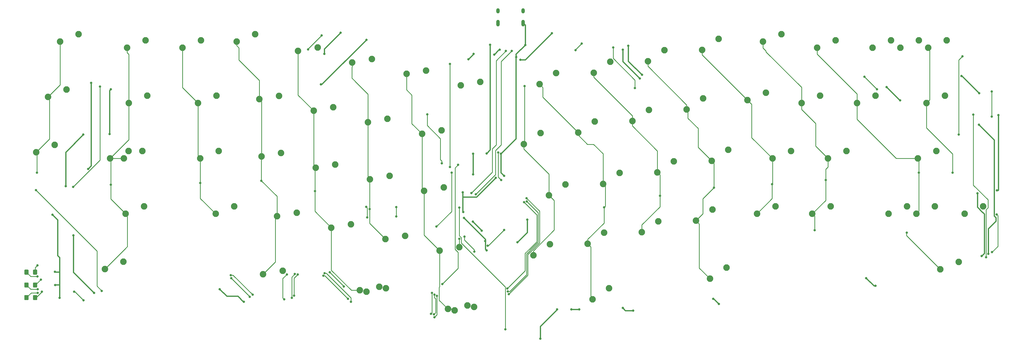
<source format=gbr>
%TF.GenerationSoftware,KiCad,Pcbnew,(5.1.6)-1*%
%TF.CreationDate,2020-07-17T19:36:49+02:00*%
%TF.ProjectId,Proyecto A,50726f79-6563-4746-9f20-412e6b696361,rev?*%
%TF.SameCoordinates,Original*%
%TF.FileFunction,Copper,L1,Top*%
%TF.FilePolarity,Positive*%
%FSLAX46Y46*%
G04 Gerber Fmt 4.6, Leading zero omitted, Abs format (unit mm)*
G04 Created by KiCad (PCBNEW (5.1.6)-1) date 2020-07-17 19:36:49*
%MOMM*%
%LPD*%
G01*
G04 APERTURE LIST*
%TA.AperFunction,ComponentPad*%
%ADD10O,1.200000X1.800000*%
%TD*%
%TA.AperFunction,ComponentPad*%
%ADD11O,1.200000X2.300000*%
%TD*%
%TA.AperFunction,ComponentPad*%
%ADD12C,2.250000*%
%TD*%
%TA.AperFunction,ViaPad*%
%ADD13C,0.800000*%
%TD*%
%TA.AperFunction,Conductor*%
%ADD14C,0.381000*%
%TD*%
%TA.AperFunction,Conductor*%
%ADD15C,0.254000*%
%TD*%
G04 APERTURE END LIST*
%TO.P,D3,2*%
%TO.N,num*%
%TA.AperFunction,SMDPad,CuDef*%
G36*
G01*
X67014900Y-84937000D02*
X67014900Y-83687000D01*
G75*
G02*
X67264900Y-83437000I250000J0D01*
G01*
X68189900Y-83437000D01*
G75*
G02*
X68439900Y-83687000I0J-250000D01*
G01*
X68439900Y-84937000D01*
G75*
G02*
X68189900Y-85187000I-250000J0D01*
G01*
X67264900Y-85187000D01*
G75*
G02*
X67014900Y-84937000I0J250000D01*
G01*
G37*
%TD.AperFunction*%
%TO.P,D3,1*%
%TO.N,Net-(D3-Pad1)*%
%TA.AperFunction,SMDPad,CuDef*%
G36*
G01*
X64039900Y-84937000D02*
X64039900Y-83687000D01*
G75*
G02*
X64289900Y-83437000I250000J0D01*
G01*
X65214900Y-83437000D01*
G75*
G02*
X65464900Y-83687000I0J-250000D01*
G01*
X65464900Y-84937000D01*
G75*
G02*
X65214900Y-85187000I-250000J0D01*
G01*
X64289900Y-85187000D01*
G75*
G02*
X64039900Y-84937000I0J250000D01*
G01*
G37*
%TD.AperFunction*%
%TD*%
%TO.P,D2,2*%
%TO.N,scrol*%
%TA.AperFunction,SMDPad,CuDef*%
G36*
G01*
X67014900Y-89262000D02*
X67014900Y-88012000D01*
G75*
G02*
X67264900Y-87762000I250000J0D01*
G01*
X68189900Y-87762000D01*
G75*
G02*
X68439900Y-88012000I0J-250000D01*
G01*
X68439900Y-89262000D01*
G75*
G02*
X68189900Y-89512000I-250000J0D01*
G01*
X67264900Y-89512000D01*
G75*
G02*
X67014900Y-89262000I0J250000D01*
G01*
G37*
%TD.AperFunction*%
%TO.P,D2,1*%
%TO.N,Net-(D2-Pad1)*%
%TA.AperFunction,SMDPad,CuDef*%
G36*
G01*
X64039900Y-89262000D02*
X64039900Y-88012000D01*
G75*
G02*
X64289900Y-87762000I250000J0D01*
G01*
X65214900Y-87762000D01*
G75*
G02*
X65464900Y-88012000I0J-250000D01*
G01*
X65464900Y-89262000D01*
G75*
G02*
X65214900Y-89512000I-250000J0D01*
G01*
X64289900Y-89512000D01*
G75*
G02*
X64039900Y-89262000I0J250000D01*
G01*
G37*
%TD.AperFunction*%
%TD*%
%TO.P,D1,2*%
%TO.N,caps*%
%TA.AperFunction,SMDPad,CuDef*%
G36*
G01*
X67014900Y-80512000D02*
X67014900Y-79262000D01*
G75*
G02*
X67264900Y-79012000I250000J0D01*
G01*
X68189900Y-79012000D01*
G75*
G02*
X68439900Y-79262000I0J-250000D01*
G01*
X68439900Y-80512000D01*
G75*
G02*
X68189900Y-80762000I-250000J0D01*
G01*
X67264900Y-80762000D01*
G75*
G02*
X67014900Y-80512000I0J250000D01*
G01*
G37*
%TD.AperFunction*%
%TO.P,D1,1*%
%TO.N,Net-(D1-Pad1)*%
%TA.AperFunction,SMDPad,CuDef*%
G36*
G01*
X64039900Y-80512000D02*
X64039900Y-79262000D01*
G75*
G02*
X64289900Y-79012000I250000J0D01*
G01*
X65214900Y-79012000D01*
G75*
G02*
X65464900Y-79262000I0J-250000D01*
G01*
X65464900Y-80512000D01*
G75*
G02*
X65214900Y-80762000I-250000J0D01*
G01*
X64289900Y-80762000D01*
G75*
G02*
X64039900Y-80512000I0J250000D01*
G01*
G37*
%TD.AperFunction*%
%TD*%
D10*
%TO.P,USB1,13*%
%TO.N,GND*%
X235522400Y10048000D03*
X226882400Y10048000D03*
D11*
X235522400Y5868000D03*
X226882400Y5868000D03*
%TD*%
D12*
%TO.P,K4,2*%
%TO.N,Net-(D_5-Pad2)*%
X183500686Y-6499106D03*
%TO.P,K4,1*%
%TO.N,col5*%
X176761353Y-7663362D03*
%TD*%
%TO.P,SPLIT_BKS1,2*%
%TO.N,Net-(BACKSPACE1-Pad2)*%
X381091880Y-71680D03*
%TO.P,SPLIT_BKS1,1*%
%TO.N,col14*%
X374741880Y-2611680D03*
%TD*%
%TO.P,FUNC1,2*%
%TO.N,Net-(D_61-Pad2)*%
X218660686Y-91879106D03*
%TO.P,FUNC1,1*%
%TO.N,col6*%
X211921353Y-93043362D03*
%TD*%
%TO.P,lgui1,2*%
%TO.N,Net-(D_60-Pad2)*%
X188364226Y-85429946D03*
%TO.P,lgui1,1*%
%TO.N,col4*%
X181624893Y-86594202D03*
%TD*%
%TO.P,RSHIFT2,2*%
%TO.N,Net-(D_57-Pad2)*%
X377010100Y-57244540D03*
%TO.P,RSHIFT2,1*%
%TO.N,col13*%
X370660100Y-59784540D03*
%TD*%
%TO.P,CAPS2,2*%
%TO.N,Net-(CAPS1-Pad2)*%
X99840000Y-38190000D03*
%TO.P,CAPS2,1*%
%TO.N,col1*%
X93490000Y-40730000D03*
%TD*%
%TO.P,BACKSPACE1,2*%
%TO.N,Net-(BACKSPACE1-Pad2)*%
X371530000Y-90000D03*
%TO.P,BACKSPACE1,1*%
%TO.N,col14*%
X365180000Y-2630000D03*
%TD*%
%TO.P,FUNCT1,2*%
%TO.N,Net-(D_65-Pad2)*%
X393670000Y-57220000D03*
%TO.P,FUNCT1,1*%
%TO.N,col13*%
X387320000Y-59760000D03*
%TD*%
%TO.P,RCTL1,2*%
%TO.N,Net-(D_64-Pad2)*%
X385250000Y-76350000D03*
%TO.P,RCTL1,1*%
%TO.N,col12*%
X378900000Y-78890000D03*
%TD*%
%TO.P,RALT1,2*%
%TO.N,Net-(D_63-Pad2)*%
X305425704Y-78349914D03*
%TO.P,RALT1,1*%
%TO.N,col10*%
X299742562Y-82154649D03*
%TD*%
%TO.P,space2,2*%
%TO.N,Net-(D_62-Pad2)*%
X265019784Y-85425314D03*
%TO.P,space2,1*%
%TO.N,col8*%
X259336642Y-89230049D03*
%TD*%
%TO.P,FUNC2,2*%
%TO.N,Net-(D_61-Pad2)*%
X216370686Y-91389106D03*
%TO.P,FUNC2,1*%
%TO.N,col6*%
X209631353Y-92553362D03*
%TD*%
%TO.P,SPCE2,2*%
%TO.N,Net-(D_60-Pad2)*%
X186070686Y-84949106D03*
%TO.P,SPCE2,1*%
%TO.N,col4*%
X179331353Y-86113362D03*
%TD*%
%TO.P,ALT1,2*%
%TO.N,Net-(ALT1-Pad2)*%
X152828086Y-79416106D03*
%TO.P,ALT1,1*%
%TO.N,col3*%
X146088753Y-80580362D03*
%TD*%
%TO.P,CTRL1,2*%
%TO.N,Net-(CTRL1-Pad2)*%
X98060000Y-76280000D03*
%TO.P,CTRL1,1*%
%TO.N,col1*%
X91710000Y-78820000D03*
%TD*%
%TO.P,RSHIFT1,2*%
%TO.N,Net-(D_57-Pad2)*%
X367480000Y-57270000D03*
%TO.P,RSHIFT1,1*%
%TO.N,col13*%
X361130000Y-59810000D03*
%TD*%
%TO.P,/1,2*%
%TO.N,Net-(/1-Pad2)*%
X341270000Y-57230000D03*
%TO.P,/1,1*%
%TO.N,col12*%
X334920000Y-59770000D03*
%TD*%
%TO.P,.>1,2*%
%TO.N,Net-(.>1-Pad2)*%
X322240000Y-57220000D03*
%TO.P,.>1,1*%
%TO.N,col11*%
X315890000Y-59760000D03*
%TD*%
%TO.P,\u002C<1,2*%
%TO.N,Net-(\u002C<1-Pad2)*%
X300608304Y-58362914D03*
%TO.P,\u002C<1,1*%
%TO.N,col10*%
X294925162Y-62167649D03*
%TD*%
%TO.P,M1,2*%
%TO.N,Net-(D_53-Pad2)*%
X281988304Y-62352914D03*
%TO.P,M1,1*%
%TO.N,col9*%
X276305162Y-66157649D03*
%TD*%
%TO.P,N1,2*%
%TO.N,Net-(D_52-Pad2)*%
X263368304Y-66302914D03*
%TO.P,N1,1*%
%TO.N,col8*%
X257685162Y-70107649D03*
%TD*%
%TO.P,B2,2*%
%TO.N,Net-(B2-Pad2)*%
X244708304Y-70252914D03*
%TO.P,B2,1*%
%TO.N,col7*%
X239025162Y-74057649D03*
%TD*%
%TO.P,B1,2*%
%TO.N,Net-(B1-Pad2)*%
X213550686Y-71309106D03*
%TO.P,B1,1*%
%TO.N,col6*%
X206811353Y-72473362D03*
%TD*%
%TO.P,V1,2*%
%TO.N,Net-(D_49-Pad2)*%
X194910686Y-67359106D03*
%TO.P,V1,1*%
%TO.N,col5*%
X188171353Y-68523362D03*
%TD*%
%TO.P,C8,2*%
%TO.N,Net-(C8-Pad2)*%
X176290686Y-63389106D03*
%TO.P,C8,1*%
%TO.N,col4*%
X169551353Y-64553362D03*
%TD*%
%TO.P,X1,2*%
%TO.N,Net-(D_47-Pad2)*%
X157640686Y-59439106D03*
%TO.P,X1,1*%
%TO.N,col3*%
X150901353Y-60603362D03*
%TD*%
%TO.P,Z1,2*%
%TO.N,Net-(D_46-Pad2)*%
X136140000Y-57220000D03*
%TO.P,Z1,1*%
%TO.N,col2*%
X129790000Y-59760000D03*
%TD*%
%TO.P,SHIFT1,2*%
%TO.N,Net-(D_45-Pad2)*%
X105190000Y-57230000D03*
%TO.P,SHIFT1,1*%
%TO.N,col1*%
X98840000Y-59770000D03*
%TD*%
%TO.P,RETURN1,2*%
%TO.N,Net-(D_43-Pad2)*%
X377590000Y-38200000D03*
%TO.P,RETURN1,1*%
%TO.N,col13*%
X371240000Y-40740000D03*
%TD*%
%TO.P,'1,2*%
%TO.N,Net-('1-Pad2)*%
X346640000Y-38200000D03*
%TO.P,'1,1*%
%TO.N,col12*%
X340290000Y-40740000D03*
%TD*%
%TO.P,;1,2*%
%TO.N,Net-(;1-Pad2)*%
X327600000Y-38200000D03*
%TO.P,;1,1*%
%TO.N,col11*%
X321250000Y-40740000D03*
%TD*%
%TO.P,L1,2*%
%TO.N,Net-(D_40-Pad2)*%
X305998304Y-37752914D03*
%TO.P,L1,1*%
%TO.N,col10*%
X300315162Y-41557649D03*
%TD*%
%TO.P,K11,2*%
%TO.N,Net-(D_39-Pad2)*%
X287338304Y-41742914D03*
%TO.P,K11,1*%
%TO.N,col9*%
X281655162Y-45547649D03*
%TD*%
%TO.P,J1,2*%
%TO.N,Net-(D_38-Pad2)*%
X268718304Y-45682914D03*
%TO.P,J1,1*%
%TO.N,col8*%
X263035162Y-49487649D03*
%TD*%
%TO.P,H1,2*%
%TO.N,Net-(D_37-Pad2)*%
X250068304Y-49652914D03*
%TO.P,H1,1*%
%TO.N,col7*%
X244385162Y-53457649D03*
%TD*%
%TO.P,G1,2*%
%TO.N,Net-(D_36-Pad2)*%
X208190686Y-50689106D03*
%TO.P,G1,1*%
%TO.N,col6*%
X201451353Y-51853362D03*
%TD*%
%TO.P,F2,2*%
%TO.N,Net-(D_35-Pad2)*%
X189560686Y-46749106D03*
%TO.P,F2,1*%
%TO.N,col5*%
X182821353Y-47913362D03*
%TD*%
%TO.P,D18,2*%
%TO.N,Net-(D18-Pad2)*%
X170920686Y-42799106D03*
%TO.P,D18,1*%
%TO.N,col4*%
X164181353Y-43963362D03*
%TD*%
%TO.P,S1,2*%
%TO.N,Net-(D_33-Pad2)*%
X152300686Y-38839106D03*
%TO.P,S1,1*%
%TO.N,col3*%
X145561353Y-40003362D03*
%TD*%
%TO.P,A1,2*%
%TO.N,Net-(A1-Pad2)*%
X130800000Y-38170000D03*
%TO.P,A1,1*%
%TO.N,col2*%
X124450000Y-40710000D03*
%TD*%
%TO.P,CAPS1,2*%
%TO.N,Net-(CAPS1-Pad2)*%
X104580000Y-38210000D03*
%TO.P,CAPS1,1*%
%TO.N,col1*%
X98230000Y-40750000D03*
%TD*%
%TO.P,PGDN1,2*%
%TO.N,Net-(D_30-Pad2)*%
X74430000Y-36050000D03*
%TO.P,PGDN1,1*%
%TO.N,col0*%
X68080000Y-38590000D03*
%TD*%
%TO.P,K\u005C1,2*%
%TO.N,Net-(D_29-Pad2)*%
X380490000Y-19150000D03*
%TO.P,K\u005C1,1*%
%TO.N,col14*%
X374140000Y-21690000D03*
%TD*%
%TO.P,]1,2*%
%TO.N,Net-(D_28-Pad2)*%
X356660000Y-19120000D03*
%TO.P,]1,1*%
%TO.N,col13*%
X350310000Y-21660000D03*
%TD*%
%TO.P,[1,2*%
%TO.N,Net-(D_27-Pad2)*%
X337590000Y-19150000D03*
%TO.P,[1,1*%
%TO.N,col12*%
X331240000Y-21690000D03*
%TD*%
%TO.P,P1,2*%
%TO.N,Net-(D_26-Pad2)*%
X318960000Y-18090000D03*
%TO.P,P1,1*%
%TO.N,col11*%
X312610000Y-20630000D03*
%TD*%
%TO.P,O1,2*%
%TO.N,Net-(D_25-Pad2)*%
X297368304Y-20092914D03*
%TO.P,O1,1*%
%TO.N,col10*%
X291685162Y-23897649D03*
%TD*%
%TO.P,I1,2*%
%TO.N,Net-(D_24-Pad2)*%
X278738304Y-24072914D03*
%TO.P,I1,1*%
%TO.N,col9*%
X273055162Y-27877649D03*
%TD*%
%TO.P,U2,2*%
%TO.N,Net-(D_23-Pad2)*%
X260098304Y-28032914D03*
%TO.P,U2,1*%
%TO.N,col8*%
X254415162Y-31837649D03*
%TD*%
%TO.P,Y2,2*%
%TO.N,Net-(D_22-Pad2)*%
X241458304Y-31992914D03*
%TO.P,Y2,1*%
%TO.N,col7*%
X235775162Y-35797649D03*
%TD*%
%TO.P,T1,2*%
%TO.N,Net-(D_21-Pad2)*%
X207480686Y-31069106D03*
%TO.P,T1,1*%
%TO.N,col6*%
X200741353Y-32233362D03*
%TD*%
%TO.P,R10,2*%
%TO.N,Net-(D_20-Pad2)*%
X188860686Y-27119106D03*
%TO.P,R10,1*%
%TO.N,col5*%
X182121353Y-28283362D03*
%TD*%
%TO.P,E1,2*%
%TO.N,Net-(D_19-Pad2)*%
X170230686Y-23149106D03*
%TO.P,E1,1*%
%TO.N,col4*%
X163491353Y-24313362D03*
%TD*%
%TO.P,W1,2*%
%TO.N,Net-(D_18-Pad2)*%
X151590686Y-19179106D03*
%TO.P,W1,1*%
%TO.N,col3*%
X144851353Y-20343362D03*
%TD*%
%TO.P,Q1,2*%
%TO.N,Net-(D_17-Pad2)*%
X130090000Y-19130000D03*
%TO.P,Q1,1*%
%TO.N,col2*%
X123740000Y-21670000D03*
%TD*%
%TO.P,TAB1,2*%
%TO.N,Net-(D_16-Pad2)*%
X106300000Y-19140000D03*
%TO.P,TAB1,1*%
%TO.N,col1*%
X99950000Y-21680000D03*
%TD*%
%TO.P,PGUP1,2*%
%TO.N,Net-(D_15-Pad2)*%
X78490000Y-16990000D03*
%TO.P,PGUP1,1*%
%TO.N,col0*%
X72140000Y-19530000D03*
%TD*%
%TO.P,K_14,2*%
%TO.N,Net-(D_14-Pad2)*%
X362020000Y-110000D03*
%TO.P,K_14,1*%
%TO.N,col14*%
X355670000Y-2650000D03*
%TD*%
%TO.P,=+1,2*%
%TO.N,Net-(=+1-Pad2)*%
X342950000Y-100000D03*
%TO.P,=+1,1*%
%TO.N,col13*%
X336600000Y-2640000D03*
%TD*%
%TO.P,_-1,2*%
%TO.N,Net-(D_12-Pad2)*%
X324330000Y2040000D03*
%TO.P,_-1,1*%
%TO.N,col12*%
X317980000Y-500000D03*
%TD*%
%TO.P,K10,2*%
%TO.N,Net-(D_11-Pad2)*%
X302708304Y467086D03*
%TO.P,K10,1*%
%TO.N,col11*%
X297025162Y-3337649D03*
%TD*%
%TO.P,K9,2*%
%TO.N,Net-(D_10-Pad2)*%
X284068304Y-3482914D03*
%TO.P,K9,1*%
%TO.N,col10*%
X278385162Y-7287649D03*
%TD*%
%TO.P,K8,2*%
%TO.N,Net-(D_9-Pad2)*%
X265458304Y-7412914D03*
%TO.P,K8,1*%
%TO.N,col9*%
X259775162Y-11217649D03*
%TD*%
%TO.P,K7,2*%
%TO.N,Net-(D_8-Pad2)*%
X246808304Y-11372914D03*
%TO.P,K7,1*%
%TO.N,col8*%
X241125162Y-15177649D03*
%TD*%
%TO.P,K6,2*%
%TO.N,Net-(D_7-Pad2)*%
X220770686Y-14409106D03*
%TO.P,K6,1*%
%TO.N,col7*%
X214031353Y-15573362D03*
%TD*%
%TO.P,k5,2*%
%TO.N,Net-(D_6-Pad2)*%
X202150686Y-10459106D03*
%TO.P,k5,1*%
%TO.N,col6*%
X195411353Y-11623362D03*
%TD*%
%TO.P,K3,2*%
%TO.N,Net-(D_4-Pad2)*%
X164880686Y-2529106D03*
%TO.P,K3,1*%
%TO.N,col4*%
X158141353Y-3693362D03*
%TD*%
%TO.P,K2,2*%
%TO.N,Net-(D_3-Pad2)*%
X143370000Y2080000D03*
%TO.P,K2,1*%
%TO.N,col3*%
X137020000Y-460000D03*
%TD*%
%TO.P,K1,2*%
%TO.N,Net-(D_2-Pad2)*%
X124740000Y-90000D03*
%TO.P,K1,1*%
%TO.N,col2*%
X118390000Y-2630000D03*
%TD*%
%TO.P,KK0,2*%
%TO.N,Net-(D_1-Pad2)*%
X105680000Y-70000D03*
%TO.P,KK0,1*%
%TO.N,col1*%
X99330000Y-2610000D03*
%TD*%
%TO.P,Esc1,2*%
%TO.N,Net-(D_0-Pad2)*%
X82650000Y2060000D03*
%TO.P,Esc1,1*%
%TO.N,col0*%
X76300000Y-480000D03*
%TD*%
D13*
%TO.N,GND*%
X228959305Y-46724921D03*
X84282280Y-32534860D03*
X78247240Y-50258980D03*
X395409980Y-73577000D03*
X218204762Y-62441802D03*
X221300040Y-65600580D03*
X236245400Y-1651000D03*
X360451400Y-16129000D03*
X365150400Y-20701000D03*
X269773400Y-92202000D03*
X273329400Y-93091000D03*
X300888400Y-89027000D03*
X302793400Y-90805000D03*
X353466400Y-81915000D03*
X356641400Y-84582000D03*
X392201400Y-29083000D03*
X275615400Y-13208000D03*
X269773400Y-3302000D03*
X227482400Y-3302000D03*
X225577400Y-4953000D03*
X218465400Y-4699000D03*
X216687400Y-6604000D03*
X181635400Y127000D03*
X166014400Y-15240000D03*
X93751400Y-16891000D03*
X93314520Y-32313880D03*
X73685400Y-60071000D03*
X131216400Y-85725000D03*
X139471400Y-90043000D03*
X241452400Y-102743000D03*
X254787400Y-92710000D03*
X247167400Y-92710000D03*
X252120400Y-92710000D03*
X227846013Y-39125189D03*
X233077400Y-5812000D03*
X74557400Y-79787000D03*
X74657400Y-84307000D03*
X76126340Y-88747600D03*
%TO.N,+5V*%
X218327400Y-46187000D03*
X218298165Y-39082764D03*
X222927400Y-38987000D03*
X224127400Y-1587000D03*
X214727400Y-52387000D03*
X214927400Y-59187000D03*
X215127400Y-61187000D03*
X222927400Y-72387000D03*
X233527400Y-69587000D03*
X236927400Y-61788648D03*
X226127400Y-47387000D03*
X393169140Y-74300080D03*
X222455740Y-69204127D03*
X398932400Y-25781000D03*
X398424400Y-51689000D03*
X391693400Y-52705000D03*
X392328400Y-18288000D03*
X386232400Y-12319000D03*
X276377400Y-11938000D03*
X271678400Y-1905000D03*
X245389400Y2413000D03*
X234594400Y-6731000D03*
X172745400Y2540000D03*
X167157400Y-4699000D03*
X87020400Y-14732000D03*
X85934826Y-44380426D03*
X80924400Y-67183000D03*
X88036400Y-86995000D03*
%TO.N,caps*%
X236684820Y-54401720D03*
X230616760Y-87447120D03*
X205864460Y-88071960D03*
X205038960Y-95410020D03*
X158005780Y-80682099D03*
X156712920Y-87975440D03*
X135011977Y-80925039D03*
X142501600Y-87664990D03*
X175285400Y-89027000D03*
X166790575Y-81097673D03*
X68507400Y-77507000D03*
%TO.N,Net-(D1-Pad1)*%
X68527400Y-81397000D03*
%TO.N,Net-(D2-Pad1)*%
X68587400Y-87017000D03*
%TO.N,num*%
X236758257Y-55503291D03*
X230229300Y-86525232D03*
X204971410Y-87622000D03*
X204860383Y-94426092D03*
X157017738Y-80527900D03*
X155969624Y-88702440D03*
X135153400Y-81915000D03*
X141503400Y-88392000D03*
X176338298Y-90043000D03*
X167284400Y-80228098D03*
X69697400Y-82417000D03*
%TO.N,Net-(D3-Pad1)*%
X68587400Y-85787000D03*
%TO.N,UNDERGLOW*%
X229377240Y-99547680D03*
X213527640Y-57660540D03*
%TO.N,Net-(D5-Pad2)*%
X166268400Y1651000D03*
X161569400Y-3175000D03*
%TO.N,Net-(D16-Pad2)*%
X255676400Y-1143000D03*
X253517400Y-3429000D03*
%TO.N,Net-(D10-Pad4)*%
X394682980Y-74764900D03*
X390296400Y-25654000D03*
%TO.N,Net-(D11-Pad4)*%
X80797400Y-50546000D03*
X90068400Y-16002000D03*
%TO.N,Net-(D10-Pad2)*%
X352831400Y-12573000D03*
X357149400Y-16940989D03*
X396646400Y-17653000D03*
X396646400Y-26289000D03*
%TO.N,Net-(D11-Pad2)*%
X67985640Y-51648360D03*
X90650060Y-86329520D03*
%TO.N,Net-(D14-Pad2)*%
X273964400Y-16510000D03*
X266471400Y-2511490D03*
%TO.N,row0*%
X210327400Y-43678989D03*
X210327400Y-8187000D03*
%TO.N,row1*%
X207527400Y-42387000D03*
X202527400Y-25587000D03*
%TO.N,row2*%
X386557520Y-5539740D03*
X385246880Y-32499300D03*
%TO.N,row3*%
X210927400Y-45587000D03*
X205727400Y-64187000D03*
X218709240Y-72778620D03*
X215300560Y-67612260D03*
%TO.N,row4*%
X213127400Y-42951989D03*
X207727400Y-83987000D03*
X396727400Y-72987000D03*
X398327400Y-59987000D03*
%TO.N,col0*%
X191927400Y-60730040D03*
X191927400Y-57460000D03*
X181527400Y-57387000D03*
X181927400Y-61003031D03*
X68327400Y-45587000D03*
%TO.N,col1*%
X93727400Y-49787000D03*
%TO.N,col2*%
X124527400Y-49187000D03*
%TO.N,col3*%
X145527400Y-48387000D03*
%TO.N,col4*%
X163927400Y-51987000D03*
%TO.N,col5*%
X182727400Y-58187000D03*
%TO.N,col6*%
X228927400Y-65387000D03*
X223327400Y-70785127D03*
%TO.N,col7*%
X235960920Y-15854680D03*
%TO.N,col8*%
X263327400Y-57587000D03*
%TO.N,col9*%
X282527400Y-53587000D03*
%TO.N,col10*%
X301127400Y-50787000D03*
%TO.N,col11*%
X321127400Y-49587000D03*
%TO.N,col12*%
X339527400Y-48187000D03*
X367388140Y-66255900D03*
X335694020Y-65460880D03*
%TO.N,col13*%
X371527400Y-45587000D03*
%TO.N,col14*%
X383127400Y-45587000D03*
%TO.N,D+*%
X231577400Y-3712000D03*
X219227400Y-53062000D03*
%TO.N,D-*%
X229602400Y-3737000D03*
X217727400Y-52637000D03*
%TO.N,Net-(R3-Pad2)*%
X227991652Y-48177500D03*
X226954410Y-38672345D03*
%TO.N,Net-(B1-Pad2)*%
X213527400Y-68387000D03*
%TO.N,scrol*%
X173888400Y-84836000D03*
X169062400Y-79883000D03*
X84366100Y-89538100D03*
X154254200Y-80682099D03*
X204143698Y-87060843D03*
X230104240Y-85533081D03*
X235803474Y-55800598D03*
X81127600Y-86583520D03*
X153360829Y-89252490D03*
X203855320Y-94229010D03*
X70037400Y-86627000D03*
%TD*%
D14*
%TO.N,GND*%
X84282280Y-32534860D02*
X78247240Y-38569900D01*
X78247240Y-38569900D02*
X78247240Y-50258980D01*
X76106020Y-74805540D02*
X76106020Y-79799180D01*
X218204762Y-62441802D02*
X221300040Y-65537080D01*
X221300040Y-65537080D02*
X221300040Y-65600580D01*
X226882400Y5868000D02*
X227062400Y5868000D01*
X360451400Y-16129000D02*
X365023400Y-20701000D01*
X365023400Y-20701000D02*
X365150400Y-20701000D01*
X269773400Y-92202000D02*
X270662400Y-93091000D01*
X270662400Y-93091000D02*
X273329400Y-93091000D01*
X300888400Y-89027000D02*
X301015400Y-89027000D01*
X301015400Y-89027000D02*
X302793400Y-90805000D01*
X353466400Y-81915000D02*
X356133400Y-84582000D01*
X356133400Y-84582000D02*
X356641400Y-84582000D01*
X395409980Y-64972962D02*
X395409980Y-73577000D01*
X397475501Y-34357101D02*
X397475501Y-60519101D01*
X392201400Y-29083000D02*
X397475501Y-34357101D01*
X398043400Y-62339542D02*
X395409980Y-64972962D01*
X397475501Y-60519101D02*
X398043400Y-61087000D01*
X398043400Y-61087000D02*
X398043400Y-62339542D01*
X275615400Y-13208000D02*
X269773400Y-7366000D01*
X269773400Y-7366000D02*
X269773400Y-3302000D01*
X227482400Y-3302000D02*
X227228400Y-3302000D01*
X227228400Y-3302000D02*
X225577400Y-4953000D01*
X218465400Y-4699000D02*
X218465400Y-4826000D01*
X218465400Y-4826000D02*
X216687400Y-6604000D01*
X181635400Y127000D02*
X166268400Y-15240000D01*
X166268400Y-15240000D02*
X166014400Y-15240000D01*
X93751400Y-16891000D02*
X93314520Y-17327880D01*
X93314520Y-17327880D02*
X93314520Y-32313880D01*
X73685400Y-60071000D02*
X75463400Y-61849000D01*
X75463400Y-74162920D02*
X76106020Y-74805540D01*
X75463400Y-61849000D02*
X75463400Y-74162920D01*
X131216400Y-85725000D02*
X133629400Y-88138000D01*
X133629400Y-88138000D02*
X137439400Y-88138000D01*
X137439400Y-88138000D02*
X139344400Y-90043000D01*
X139344400Y-90043000D02*
X139471400Y-90043000D01*
X241452400Y-102743000D02*
X241452400Y-98552000D01*
X241452400Y-98552000D02*
X247294400Y-92710000D01*
X247294400Y-92710000D02*
X247167400Y-92710000D01*
X252120400Y-92710000D02*
X254787400Y-92710000D01*
X227846013Y-45611629D02*
X227846013Y-39125189D01*
X228959305Y-46724921D02*
X227846013Y-45611629D01*
X233067860Y-4828540D02*
X236245400Y-1651000D01*
X233067860Y-33903342D02*
X233067860Y-5802460D01*
X227846013Y-39125189D02*
X233067860Y-33903342D01*
X233067860Y-5802460D02*
X233077400Y-5812000D01*
X233077400Y-5812000D02*
X233067860Y-4828540D01*
X236245400Y5145000D02*
X235522400Y5868000D01*
X236245400Y-1651000D02*
X236245400Y5145000D01*
X76106020Y-79799180D02*
X74569580Y-79799180D01*
X74569580Y-79799180D02*
X74557400Y-79787000D01*
X76106020Y-84278380D02*
X74686020Y-84278380D01*
X76106020Y-79799180D02*
X76106020Y-84278380D01*
X74686020Y-84278380D02*
X74657400Y-84307000D01*
X76106020Y-84278380D02*
X76106020Y-88727280D01*
X76106020Y-88727280D02*
X76126340Y-88747600D01*
%TO.N,+5V*%
X218327400Y-46187000D02*
X218327400Y-39111999D01*
X218327400Y-39111999D02*
X218298165Y-39082764D01*
X222927400Y-38987000D02*
X224127400Y-37787000D01*
X214727400Y-58987000D02*
X214927400Y-59187000D01*
X215127400Y-61187000D02*
X222527400Y-68587000D01*
X222527400Y-71987000D02*
X222927400Y-72387000D01*
X233527400Y-69587000D02*
X236927400Y-66187000D01*
X236927400Y-66187000D02*
X236927400Y-61788648D01*
X214727400Y-53987000D02*
X214727400Y-58987000D01*
X214727400Y-52387000D02*
X214727400Y-53987000D01*
X224127400Y-4820580D02*
X224127400Y-1587000D01*
X224127400Y-37787000D02*
X224127400Y-4820580D01*
X222510367Y-69149500D02*
X222455740Y-69204127D01*
X222527400Y-69149500D02*
X222510367Y-69149500D01*
X222527400Y-69149500D02*
X222527400Y-71987000D01*
X222527400Y-68587000D02*
X222527400Y-69149500D01*
X398932400Y-25781000D02*
X398932400Y-51562000D01*
X398932400Y-51562000D02*
X398805400Y-51689000D01*
X398805400Y-51689000D02*
X398424400Y-51689000D01*
X393514401Y-73954819D02*
X393169140Y-74300080D01*
X394106400Y-73362820D02*
X393514401Y-73954819D01*
X391693400Y-52705000D02*
X391693400Y-57486342D01*
X393514401Y-59307343D02*
X393596743Y-59307343D01*
X391693400Y-57486342D02*
X393514401Y-59307343D01*
X393596743Y-59307343D02*
X394106400Y-59817000D01*
X394106400Y-59817000D02*
X394106400Y-73362820D01*
X392328400Y-18288000D02*
X386359400Y-12319000D01*
X386359400Y-12319000D02*
X386232400Y-12319000D01*
X276377400Y-11938000D02*
X271678400Y-7239000D01*
X271678400Y-7239000D02*
X271678400Y-1905000D01*
X245389400Y2413000D02*
X236245400Y-6731000D01*
X236245400Y-6731000D02*
X234594400Y-6731000D01*
X172745400Y2540000D02*
X167157400Y-3048000D01*
X167157400Y-3048000D02*
X167157400Y-4699000D01*
X87020400Y-14732000D02*
X87020400Y-43294852D01*
X87020400Y-43294852D02*
X85934826Y-44380426D01*
X80924400Y-67183000D02*
X80924400Y-79883000D01*
X80924400Y-79883000D02*
X88036400Y-86995000D01*
X216327400Y-53987000D02*
X219527400Y-53987000D01*
X214727400Y-53987000D02*
X216327400Y-53987000D01*
X219527400Y-53987000D02*
X226127400Y-47387000D01*
D15*
%TO.N,caps*%
X236684820Y-54401720D02*
X241124740Y-58841640D01*
X241124740Y-58841640D02*
X241124740Y-69771814D01*
X238292640Y-72641209D02*
X237109000Y-73824849D01*
X241124740Y-69771814D02*
X238292640Y-72603914D01*
X238292640Y-72603914D02*
X238292640Y-72641209D01*
X237109000Y-73824849D02*
X237109000Y-80954880D01*
X237109000Y-80954880D02*
X230616760Y-87447120D01*
X205864460Y-88071960D02*
X205864460Y-94584520D01*
X205864460Y-94584520D02*
X205038960Y-95410020D01*
X158005780Y-80682099D02*
X156712920Y-81974959D01*
X156712920Y-81974959D02*
X156712920Y-87975440D01*
X135011977Y-80925039D02*
X135761649Y-80925039D01*
X135761649Y-80925039D02*
X142501600Y-87664990D01*
X175285400Y-89027000D02*
X167356073Y-81097673D01*
X167356073Y-81097673D02*
X166790575Y-81097673D01*
X67727400Y-79887000D02*
X67727400Y-78287000D01*
X67727400Y-78287000D02*
X68507400Y-77507000D01*
%TO.N,Net-(D1-Pad1)*%
X66262400Y-81397000D02*
X64752400Y-79887000D01*
X68527400Y-81397000D02*
X66262400Y-81397000D01*
%TO.N,Net-(D2-Pad1)*%
X66372400Y-87017000D02*
X64752400Y-88637000D01*
X68587400Y-87017000D02*
X66372400Y-87017000D01*
%TO.N,num*%
X236758257Y-55503291D02*
X240670730Y-59415764D01*
X240670730Y-59415764D02*
X240670730Y-69583758D01*
X237838630Y-72415857D02*
X237838630Y-72453153D01*
X240670730Y-69583758D02*
X237838630Y-72415857D01*
X237838630Y-72453153D02*
X236654990Y-73636792D01*
X236654990Y-73636792D02*
X236654990Y-80766824D01*
X236654990Y-80766824D02*
X230896582Y-86525232D01*
X230896582Y-86525232D02*
X230229300Y-86525232D01*
X204971410Y-87622000D02*
X204971410Y-88623520D01*
X204971410Y-88623520D02*
X205410450Y-89062560D01*
X205410450Y-89062560D02*
X205410450Y-93876025D01*
X205410450Y-93876025D02*
X204860383Y-94426092D01*
X157017738Y-80527900D02*
X155969624Y-81576014D01*
X155969624Y-81576014D02*
X155969624Y-88702440D01*
X135153400Y-81915000D02*
X141503400Y-88265000D01*
X141503400Y-88265000D02*
X141503400Y-88392000D01*
X176338298Y-88716311D02*
X167850085Y-80228098D01*
X167850085Y-80228098D02*
X167284400Y-80228098D01*
X176338298Y-90043000D02*
X176338298Y-88716311D01*
X67727400Y-84312000D02*
X67802400Y-84312000D01*
X67802400Y-84312000D02*
X69697400Y-82417000D01*
%TO.N,Net-(D3-Pad1)*%
X66227400Y-85787000D02*
X64752400Y-84312000D01*
X68587400Y-85787000D02*
X66227400Y-85787000D01*
%TO.N,UNDERGLOW*%
X229377240Y-84986698D02*
X214254401Y-69863859D01*
X214254401Y-69863859D02*
X214254401Y-68038039D01*
X214254401Y-68038039D02*
X213527640Y-67311278D01*
X229377240Y-99547680D02*
X229377240Y-84986698D01*
X213527640Y-67311278D02*
X213527640Y-57660540D01*
%TO.N,Net-(D5-Pad2)*%
X166268400Y1651000D02*
X161569400Y-3048000D01*
X161569400Y-3048000D02*
X161569400Y-3175000D01*
%TO.N,Net-(D16-Pad2)*%
X255676400Y-1143000D02*
X253517400Y-3302000D01*
X253517400Y-3302000D02*
X253517400Y-3429000D01*
%TO.N,Net-(D10-Pad4)*%
X395341008Y-57697954D02*
X394682980Y-58355982D01*
X395341008Y-54955608D02*
X395341008Y-57697954D01*
X390296400Y-25654000D02*
X390296400Y-49911000D01*
X394682980Y-58355982D02*
X394682980Y-74764900D01*
X390296400Y-49911000D02*
X395341008Y-54955608D01*
%TO.N,Net-(D11-Pad4)*%
X90068400Y-41275000D02*
X90068400Y-16002000D01*
X80797400Y-50546000D02*
X90068400Y-41275000D01*
%TO.N,Net-(D10-Pad2)*%
X352831400Y-12573000D02*
X357149400Y-16891000D01*
X357149400Y-16891000D02*
X357149400Y-16940989D01*
X396646400Y-17653000D02*
X396646400Y-26289000D01*
%TO.N,Net-(D11-Pad2)*%
X67985640Y-51648360D02*
X89001600Y-72664320D01*
X89001600Y-84681060D02*
X90650060Y-86329520D01*
X89001600Y-72664320D02*
X89001600Y-84681060D01*
%TO.N,Net-(D14-Pad2)*%
X273964400Y-13770048D02*
X266471400Y-6277048D01*
X266471400Y-6277048D02*
X266471400Y-2511490D01*
X273964400Y-16510000D02*
X273964400Y-13770048D01*
%TO.N,row0*%
X210327400Y-43678989D02*
X210327400Y-8187000D01*
%TO.N,row1*%
X207527400Y-41640000D02*
X207527400Y-42387000D01*
X207035400Y-41148000D02*
X207527400Y-41640000D01*
X207035400Y-33909000D02*
X207035400Y-41148000D01*
X202527400Y-25587000D02*
X202527400Y-29401000D01*
X202527400Y-29401000D02*
X207035400Y-33909000D01*
%TO.N,row2*%
X386557520Y-5539740D02*
X385246880Y-6850380D01*
X385246880Y-6850380D02*
X385246880Y-32499300D01*
%TO.N,row3*%
X210927400Y-45587000D02*
X210927400Y-58987000D01*
X210927400Y-58987000D02*
X205727400Y-64187000D01*
X215300560Y-68804255D02*
X215300560Y-67612260D01*
X218709240Y-72778620D02*
X218709240Y-72212935D01*
X218709240Y-72212935D02*
X215300560Y-68804255D01*
%TO.N,row4*%
X212098685Y-43980704D02*
X212098685Y-72006067D01*
X213127400Y-42951989D02*
X212098685Y-43980704D01*
X212098685Y-72006067D02*
X213127400Y-73034782D01*
X213127400Y-73034782D02*
X213127400Y-78587000D01*
X213127400Y-78587000D02*
X207727400Y-83987000D01*
X396727400Y-72987000D02*
X398727399Y-70987001D01*
X398727399Y-60386999D02*
X398327400Y-59987000D01*
X398727399Y-70987001D02*
X398727399Y-60386999D01*
%TO.N,col0*%
X191927400Y-60730040D02*
X191927400Y-57460000D01*
X181527400Y-57387000D02*
X181927400Y-57787000D01*
X181927400Y-57787000D02*
X181927400Y-61003031D01*
X68327400Y-38837400D02*
X68080000Y-38590000D01*
X68327400Y-45587000D02*
X68327400Y-38837400D01*
X68080000Y-38590000D02*
X72140000Y-34530000D01*
X76300000Y-15370000D02*
X76300000Y-480000D01*
X72140000Y-19530000D02*
X76300000Y-15370000D01*
X72140000Y-19530000D02*
X72140000Y-20171600D01*
X72140000Y-20171600D02*
X72669400Y-20701000D01*
X72669400Y-34000600D02*
X72140000Y-34530000D01*
X72669400Y-20701000D02*
X72669400Y-34000600D01*
%TO.N,col1*%
X93727400Y-40967400D02*
X93490000Y-40730000D01*
X93727400Y-49787000D02*
X93727400Y-40967400D01*
X99950000Y-34270000D02*
X99950000Y-21680000D01*
X93490000Y-40730000D02*
X99950000Y-34270000D01*
X99950000Y-4905066D02*
X99330000Y-4285066D01*
X99330000Y-4285066D02*
X99330000Y-2610000D01*
X99950000Y-21680000D02*
X99950000Y-4905066D01*
X93727400Y-54657400D02*
X98840000Y-59770000D01*
X93727400Y-49787000D02*
X93727400Y-54657400D01*
X98210000Y-40730000D02*
X98230000Y-40750000D01*
X93490000Y-40730000D02*
X98210000Y-40730000D01*
X91710000Y-78820000D02*
X98840000Y-71690000D01*
X98840000Y-59770000D02*
X98840000Y-60079600D01*
X98840000Y-60079600D02*
X99466400Y-60706000D01*
X99466400Y-71063600D02*
X98840000Y-71690000D01*
X99466400Y-60706000D02*
X99466400Y-71063600D01*
%TO.N,col2*%
X124527400Y-40787400D02*
X124450000Y-40710000D01*
X124527400Y-49187000D02*
X124527400Y-40787400D01*
X118390000Y-16320000D02*
X123740000Y-21670000D01*
X118390000Y-2630000D02*
X118390000Y-16320000D01*
X123740000Y-40000000D02*
X124450000Y-40710000D01*
X123740000Y-21670000D02*
X123740000Y-40000000D01*
X124527400Y-54497400D02*
X129790000Y-59760000D01*
X124527400Y-49187000D02*
X124527400Y-54497400D01*
%TO.N,col3*%
X145527400Y-40037315D02*
X145561353Y-40003362D01*
X145527400Y-48387000D02*
X145527400Y-40037315D01*
X150333011Y-61171704D02*
X150901353Y-60603362D01*
X150333011Y-76336104D02*
X150333011Y-61171704D01*
X146088753Y-80580362D02*
X150333011Y-76336104D01*
X150901353Y-53760953D02*
X145527400Y-48387000D01*
X150901353Y-60603362D02*
X150901353Y-53760953D01*
X145561353Y-21053362D02*
X144851353Y-20343362D01*
X145561353Y-40003362D02*
X145561353Y-21053362D01*
X137820400Y-6880000D02*
X144851353Y-13910953D01*
X144851353Y-13910953D02*
X144851353Y-20343362D01*
X137820400Y-2667000D02*
X137820400Y-6880000D01*
X137020000Y-460000D02*
X137020000Y-1866600D01*
X137020000Y-1866600D02*
X137820400Y-2667000D01*
%TO.N,col4*%
X163927400Y-44217315D02*
X164181353Y-43963362D01*
X163927400Y-51987000D02*
X163927400Y-44217315D01*
X158141353Y-18963362D02*
X163491353Y-24313362D01*
X158141353Y-3693362D02*
X158141353Y-18963362D01*
X163491353Y-43273362D02*
X164181353Y-43963362D01*
X163491353Y-24313362D02*
X163491353Y-43273362D01*
X163927400Y-58929409D02*
X169551353Y-64553362D01*
X163927400Y-51987000D02*
X163927400Y-58929409D01*
X176438726Y-86113362D02*
X179331353Y-86113362D01*
X169551353Y-79225989D02*
X176438726Y-86113362D01*
X169551353Y-64553362D02*
X169551353Y-79225989D01*
%TO.N,col5*%
X182727400Y-48007315D02*
X182821353Y-47913362D01*
X182727400Y-58187000D02*
X182727400Y-48007315D01*
X182727400Y-63079409D02*
X188171353Y-68523362D01*
X182727400Y-58187000D02*
X182727400Y-63079409D01*
X182821353Y-28983362D02*
X182121353Y-28283362D01*
X182121353Y-28283362D02*
X182121353Y-18601233D01*
X182121353Y-18601233D02*
X177639099Y-14118979D01*
X182121353Y-47213362D02*
X182821353Y-47913362D01*
X182121353Y-28283362D02*
X182121353Y-47213362D01*
X176761353Y-9254352D02*
X176682400Y-9333305D01*
X176761353Y-7663362D02*
X176761353Y-9254352D01*
X176682400Y-9333305D02*
X176682400Y-13081000D01*
X177639099Y-14037699D02*
X177639099Y-14118979D01*
X176682400Y-13081000D02*
X177639099Y-14037699D01*
%TO.N,col6*%
X228927400Y-65387000D02*
X223529273Y-70785127D01*
X223529273Y-70785127D02*
X223327400Y-70785127D01*
X206811353Y-72473362D02*
X202329099Y-67991108D01*
X201451353Y-32943362D02*
X200741353Y-32233362D01*
X206811353Y-72473362D02*
X206811353Y-84903047D01*
X206659009Y-89581018D02*
X209631353Y-92553362D01*
X206659009Y-85055391D02*
X206659009Y-89581018D01*
X206811353Y-84903047D02*
X206659009Y-85055391D01*
X211431353Y-92553362D02*
X211921353Y-93043362D01*
X209631353Y-92553362D02*
X211431353Y-92553362D01*
X200741353Y-51143362D02*
X201451353Y-51853362D01*
X200741353Y-32233362D02*
X200741353Y-51143362D01*
X195411353Y-11623362D02*
X195411353Y-17077953D01*
X195411353Y-17077953D02*
X197256400Y-18923000D01*
X197256400Y-28748409D02*
X200741353Y-32233362D01*
X197256400Y-18923000D02*
X197256400Y-28748409D01*
X201451353Y-67113362D02*
X202329099Y-67991108D01*
X201451353Y-51853362D02*
X201451353Y-67113362D01*
%TO.N,col7*%
X244385162Y-53457649D02*
X244385162Y-46125462D01*
X235775162Y-37515462D02*
X235775162Y-35797649D01*
X244385162Y-46125462D02*
X235775162Y-37515462D01*
X235960920Y-35611891D02*
X235775162Y-35797649D01*
X235960920Y-15854680D02*
X235960920Y-35611891D01*
X246160305Y-55232792D02*
X246160305Y-65378315D01*
X244385162Y-53457649D02*
X246160305Y-55232792D01*
X239025162Y-72513458D02*
X239025162Y-74057649D01*
X246160305Y-65378315D02*
X239025162Y-72513458D01*
%TO.N,col8*%
X263727399Y-50179886D02*
X263035162Y-49487649D01*
X263727399Y-57187001D02*
X263727399Y-50179886D01*
X263327400Y-57587000D02*
X263727399Y-57187001D01*
X263035162Y-49487649D02*
X263035162Y-39151178D01*
X254415162Y-32710096D02*
X254415162Y-31837649D01*
X257555967Y-35850901D02*
X254415162Y-32710096D01*
X259734885Y-35850901D02*
X257555967Y-35850901D01*
X263035162Y-39151178D02*
X259734885Y-35850901D01*
X242250161Y-16302648D02*
X241125162Y-15177649D01*
X242250161Y-19672648D02*
X242250161Y-16302648D01*
X254415162Y-31837649D02*
X242250161Y-19672648D01*
X263327400Y-57587000D02*
X263327400Y-62958460D01*
X257685162Y-68600698D02*
X257685162Y-70107649D01*
X263327400Y-62958460D02*
X257685162Y-68600698D01*
X258810161Y-88703568D02*
X259336642Y-89230049D01*
X258810161Y-71232648D02*
X258810161Y-88703568D01*
X257685162Y-70107649D02*
X258810161Y-71232648D01*
%TO.N,col9*%
X282527400Y-46419887D02*
X281655162Y-45547649D01*
X282527400Y-53587000D02*
X282527400Y-46419887D01*
X273055162Y-26088639D02*
X273055162Y-27877649D01*
X259775162Y-12808639D02*
X273055162Y-26088639D01*
X259775162Y-11217649D02*
X259775162Y-12808639D01*
X281655162Y-38161381D02*
X281655162Y-45547649D01*
X273055162Y-29561381D02*
X281655162Y-38161381D01*
X273055162Y-27877649D02*
X273055162Y-29561381D01*
X282527400Y-53587000D02*
X282527400Y-57355080D01*
X276305162Y-63577318D02*
X276305162Y-66157649D01*
X282527400Y-57355080D02*
X276305162Y-63577318D01*
%TO.N,col10*%
X301127400Y-42369887D02*
X300315162Y-41557649D01*
X301127400Y-50787000D02*
X301127400Y-42369887D01*
X296050161Y-78462248D02*
X296050161Y-63292648D01*
X296050161Y-63292648D02*
X294925162Y-62167649D01*
X299742562Y-82154649D02*
X296050161Y-78462248D01*
X294925162Y-62167649D02*
X297314620Y-59778191D01*
X297314620Y-54599780D02*
X301127400Y-50787000D01*
X297314620Y-59778191D02*
X297314620Y-54599780D01*
X300315162Y-41557649D02*
X295686480Y-36928967D01*
X292173011Y-24385498D02*
X291685162Y-23897649D01*
X292173011Y-26913191D02*
X292173011Y-24385498D01*
X295686480Y-30426660D02*
X292173011Y-26913191D01*
X295686480Y-36928967D02*
X295686480Y-30426660D01*
X278385162Y-9006659D02*
X278385162Y-7287649D01*
X291685162Y-22306659D02*
X278385162Y-9006659D01*
X291685162Y-23897649D02*
X291685162Y-22306659D01*
%TO.N,col11*%
X321250000Y-49464400D02*
X321250000Y-40740000D01*
X321127400Y-49587000D02*
X321250000Y-49464400D01*
X321127400Y-54522600D02*
X315890000Y-59760000D01*
X321127400Y-49587000D02*
X321127400Y-54522600D01*
X314099099Y-22119099D02*
X312610000Y-20630000D01*
X314099099Y-33589099D02*
X314099099Y-22119099D01*
X321250000Y-40740000D02*
X314099099Y-33589099D01*
X297025162Y-5045162D02*
X297025162Y-3337649D01*
X312610000Y-20630000D02*
X297025162Y-5045162D01*
%TO.N,col12*%
X340290000Y-43719401D02*
X340290000Y-40740000D01*
X339527400Y-44482001D02*
X340290000Y-43719401D01*
X339527400Y-48187000D02*
X339527400Y-44482001D01*
X317980000Y-2664934D02*
X318998600Y-3683534D01*
X317980000Y-500000D02*
X317980000Y-2664934D01*
X318998600Y-3683534D02*
X318998600Y-4030980D01*
X331240000Y-16272380D02*
X331240000Y-21690000D01*
X318998600Y-4030980D02*
X331240000Y-16272380D01*
X331240000Y-23854934D02*
X336054700Y-28669634D01*
X331240000Y-21690000D02*
X331240000Y-23854934D01*
X336054700Y-36504700D02*
X340290000Y-40740000D01*
X336054700Y-28669634D02*
X336054700Y-36504700D01*
X339527400Y-55162600D02*
X334920000Y-59770000D01*
X339527400Y-48187000D02*
X339527400Y-55162600D01*
X378900000Y-78890000D02*
X367347500Y-67337500D01*
X367347500Y-67337500D02*
X367347500Y-66296540D01*
X367347500Y-66296540D02*
X367388140Y-66255900D01*
X335694020Y-60544020D02*
X334920000Y-59770000D01*
X335694020Y-65460880D02*
X335694020Y-60544020D01*
%TO.N,col13*%
X371527400Y-41027400D02*
X371240000Y-40740000D01*
X371527400Y-45587000D02*
X371527400Y-41027400D01*
X350310000Y-18514934D02*
X350310000Y-21660000D01*
X336600000Y-4804934D02*
X350310000Y-18514934D01*
X336600000Y-2640000D02*
X336600000Y-4804934D01*
X350310000Y-21660000D02*
X350310000Y-27288040D01*
X363761960Y-40740000D02*
X371240000Y-40740000D01*
X350310000Y-27288040D02*
X363761960Y-40740000D01*
X371527400Y-58917240D02*
X370660100Y-59784540D01*
X371527400Y-45587000D02*
X371527400Y-58917240D01*
%TO.N,col14*%
X383127400Y-45587000D02*
X383127400Y-39187000D01*
X374140000Y-30199600D02*
X374140000Y-21690000D01*
X383127400Y-39187000D02*
X374140000Y-30199600D01*
X375272001Y-3141801D02*
X374741880Y-2611680D01*
X375272001Y-20557999D02*
X375272001Y-3141801D01*
X374140000Y-21690000D02*
X375272001Y-20557999D01*
%TO.N,D+*%
X231577400Y-3712000D02*
X227927400Y-7362000D01*
X227927400Y-7362000D02*
X227927400Y-36087000D01*
X227927400Y-36087000D02*
X225977400Y-38037000D01*
X225977400Y-38037000D02*
X225977400Y-46312000D01*
X225977400Y-46312000D02*
X219227400Y-53062000D01*
%TO.N,D-*%
X224902400Y-37387000D02*
X224902400Y-45462000D01*
X226227400Y-36062000D02*
X224902400Y-37387000D01*
X229602400Y-3737000D02*
X226227400Y-7112000D01*
X224902400Y-45462000D02*
X217727400Y-52637000D01*
X226227400Y-7112000D02*
X226227400Y-36062000D01*
%TO.N,Net-(R3-Pad2)*%
X226954410Y-47140258D02*
X226954410Y-38672345D01*
X227991652Y-48177500D02*
X226954410Y-47140258D01*
%TO.N,Net-(B1-Pad2)*%
X213527400Y-71285820D02*
X213550686Y-71309106D01*
X213527400Y-68387000D02*
X213527400Y-71285820D01*
%TO.N,scrol*%
X154254200Y-80682099D02*
X152895119Y-82041180D01*
X173888400Y-84709000D02*
X173888400Y-84836000D01*
X204143698Y-93940632D02*
X203855320Y-94229010D01*
X236200980Y-73411440D02*
X236200980Y-73448735D01*
X240216720Y-69395701D02*
X237650573Y-71961847D01*
X169062400Y-79883000D02*
X173888400Y-84709000D01*
X152895119Y-82041180D02*
X152895119Y-88786780D01*
X84366100Y-89538100D02*
X81411520Y-86583520D01*
X240216720Y-60213844D02*
X240216720Y-69395701D01*
X236200980Y-73448735D02*
X236200980Y-79436341D01*
X152895119Y-88786780D02*
X153360829Y-89252490D01*
X235803474Y-55800598D02*
X240216720Y-60213844D01*
X237650573Y-71961847D02*
X236200980Y-73411440D01*
X204143698Y-87060843D02*
X204143698Y-93940632D01*
X81411520Y-86583520D02*
X81127600Y-86583520D01*
X236200980Y-79436341D02*
X230104240Y-85533081D01*
X67727400Y-88637000D02*
X68107400Y-88637000D01*
X68107400Y-88637000D02*
X70037400Y-86707000D01*
X70037400Y-86707000D02*
X70037400Y-86627000D01*
%TD*%
M02*

</source>
